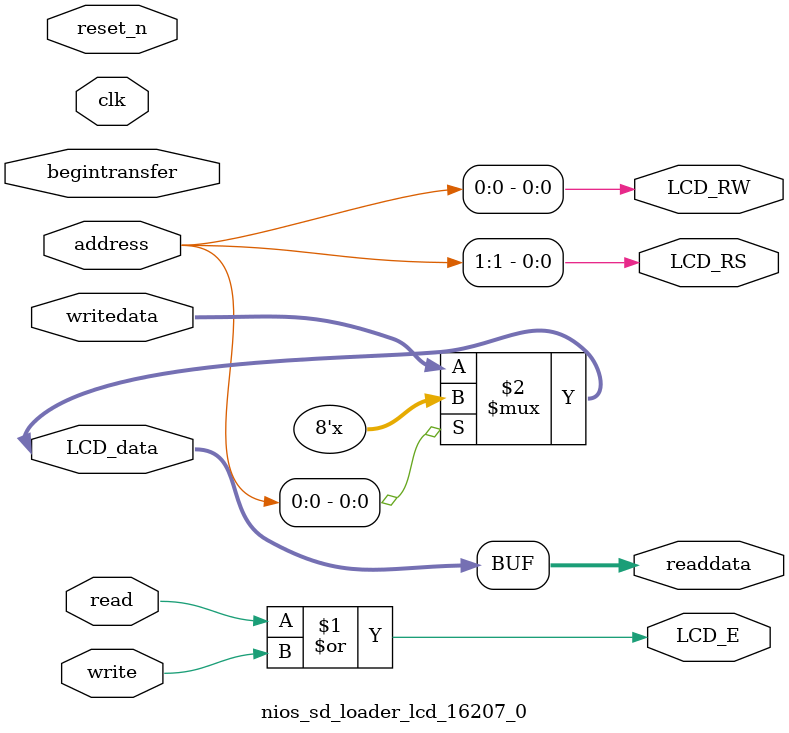
<source format=v>

`timescale 1ns / 1ps
// synthesis translate_on

// turn off superfluous verilog processor warnings 
// altera message_level Level1 
// altera message_off 10034 10035 10036 10037 10230 10240 10030 

module nios_sd_loader_lcd_16207_0 (
                                    // inputs:
                                     address,
                                     begintransfer,
                                     clk,
                                     read,
                                     reset_n,
                                     write,
                                     writedata,

                                    // outputs:
                                     LCD_E,
                                     LCD_RS,
                                     LCD_RW,
                                     LCD_data,
                                     readdata
                                  )
;

  output           LCD_E;
  output           LCD_RS;
  output           LCD_RW;
  inout   [  7: 0] LCD_data;
  output  [  7: 0] readdata;
  input   [  1: 0] address;
  input            begintransfer;
  input            clk;
  input            read;
  input            reset_n;
  input            write;
  input   [  7: 0] writedata;


wire             LCD_E;
wire             LCD_RS;
wire             LCD_RW;
wire    [  7: 0] LCD_data;
wire    [  7: 0] readdata;
  assign LCD_RW = address[0];
  assign LCD_RS = address[1];
  assign LCD_E = read | write;
  assign LCD_data = (address[0]) ? {8{1'bz}} : writedata;
  assign readdata = LCD_data;
  //control_slave, which is an e_avalon_slave

endmodule


</source>
